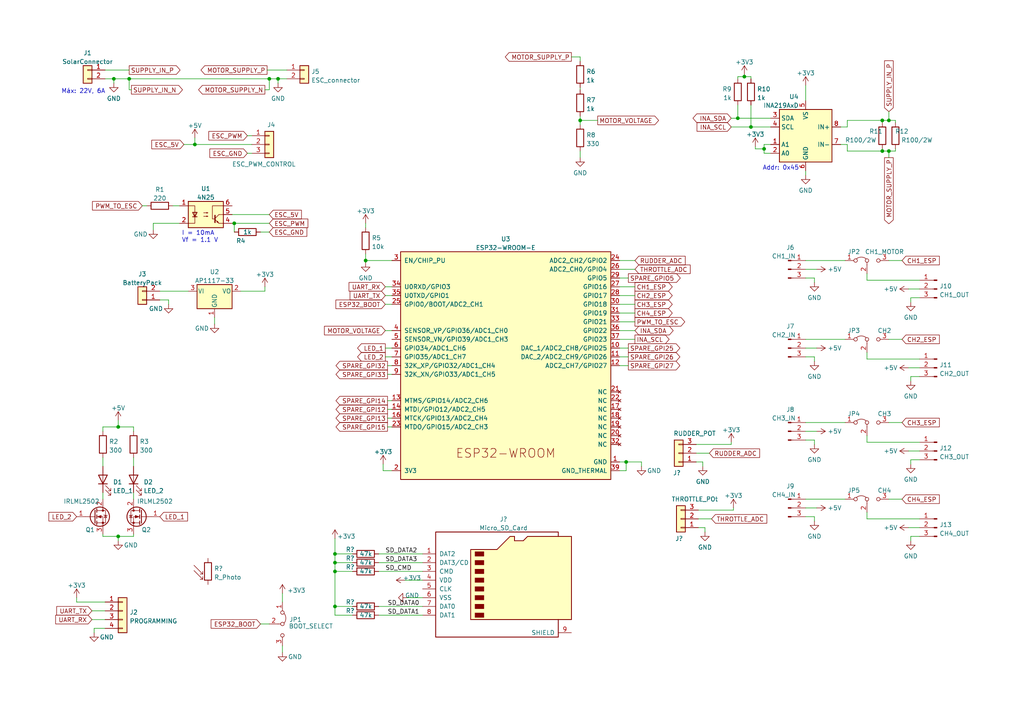
<source format=kicad_sch>
(kicad_sch (version 20211123) (generator eeschema)
  (paper "A4")
  (lib_symbols
    (symbol "Analog_ADC:INA219AxD"
      (property "Reference" "U" (at -6.35 8.89 0))
      (property "Value" "INA219AxD" (at 5.08 8.89 0))
      (symbol "INA219AxD_1_1"
        (pin input line (at 10.16 -2.54 180) (length 2.54) (name "A1") (number "1"))
        (pin input line (at 10.16 -5.08 180) (length 2.54) (name "A0") (number "2"))
        (pin bidirectional line (at 10.16 5.08 180) (length 2.54) (name "SDA") (number "3"))
        (pin input line (at 10.16 2.54 180) (length 2.54) (name "SCL") (number "4"))
        (pin power_in line (at 0 10.16 270) (length 2.54) (name "VS") (number "5"))
        (pin power_in line (at 0 -10.16 90) (length 2.54) (name "GND") (number "6"))
        (pin input line (at -10.16 -2.54 0) (length 2.54) (name "IN-") (number "7"))
        (pin input line (at -10.16 2.54 0) (length 2.54) (name "IN+") (number "8"))
      )
    )
    (symbol "Connector:Conn_01x03_Male" (pin_names (offset 1.016) hide)
      (property "Reference" "J" (at 0 5.08 0))
      (property "Value" "Conn_01x03_Male" (at 0 -5.08 0))
      (symbol "Conn_01x03_Male_1_1"
        (pin passive line (at 5.08 2.54 180) (length 3.81) (name "Pin_1") (number "1"))
        (pin passive line (at 5.08 0 180) (length 3.81) (name "Pin_2") (number "2"))
        (pin passive line (at 5.08 -2.54 180) (length 3.81) (name "Pin_3") (number "3"))
      )
    )
    (symbol "Connector:Micro_SD_Card" (pin_names (offset 1.016))
      (property "Reference" "J" (at -16.51 15.24 0))
      (property "Value" "Micro_SD_Card" (at 16.51 15.24 0))
      (symbol "Micro_SD_Card_1_1"
        (pin bidirectional line (at -22.86 7.62 0) (length 3.81) (name "DAT2") (number "1"))
        (pin bidirectional line (at -22.86 5.08 0) (length 3.81) (name "DAT3/CD") (number "2"))
        (pin input line (at -22.86 2.54 0) (length 3.81) (name "CMD") (number "3"))
        (pin power_in line (at -22.86 0 0) (length 3.81) (name "VDD") (number "4"))
        (pin input line (at -22.86 -2.54 0) (length 3.81) (name "CLK") (number "5"))
        (pin power_in line (at -22.86 -5.08 0) (length 3.81) (name "VSS") (number "6"))
        (pin bidirectional line (at -22.86 -7.62 0) (length 3.81) (name "DAT0") (number "7"))
        (pin bidirectional line (at -22.86 -10.16 0) (length 3.81) (name "DAT1") (number "8"))
        (pin passive line (at 20.32 -15.24 180) (length 3.81) (name "SHIELD") (number "9"))
      )
    )
    (symbol "Connector_Generic:Conn_01x02" (pin_names (offset 1.016) hide)
      (property "Reference" "J" (at 0 2.54 0))
      (property "Value" "Conn_01x02" (at 0 -5.08 0))
      (symbol "Conn_01x02_1_1"
        (pin passive line (at -5.08 0 0) (length 3.81) (name "Pin_1") (number "1"))
        (pin passive line (at -5.08 -2.54 0) (length 3.81) (name "Pin_2") (number "2"))
      )
    )
    (symbol "Connector_Generic:Conn_01x03" (pin_names (offset 1.016) hide)
      (property "Reference" "J" (at 0 5.08 0))
      (property "Value" "Conn_01x03" (at 0 -5.08 0))
      (symbol "Conn_01x03_1_1"
        (pin passive line (at -5.08 2.54 0) (length 3.81) (name "Pin_1") (number "1"))
        (pin passive line (at -5.08 0 0) (length 3.81) (name "Pin_2") (number "2"))
        (pin passive line (at -5.08 -2.54 0) (length 3.81) (name "Pin_3") (number "3"))
      )
    )
    (symbol "Connector_Generic:Conn_01x04" (pin_names (offset 1.016) hide)
      (property "Reference" "J" (at 0 5.08 0))
      (property "Value" "Conn_01x04" (at 0 -7.62 0))
      (symbol "Conn_01x04_1_1"
        (pin passive line (at -5.08 2.54 0) (length 3.81) (name "Pin_1") (number "1"))
        (pin passive line (at -5.08 0 0) (length 3.81) (name "Pin_2") (number "2"))
        (pin passive line (at -5.08 -2.54 0) (length 3.81) (name "Pin_3") (number "3"))
        (pin passive line (at -5.08 -5.08 0) (length 3.81) (name "Pin_4") (number "4"))
      )
    )
    (symbol "Device:LED" (pin_numbers hide) (pin_names (offset 1.016) hide)
      (property "Reference" "D" (at 0 2.54 0))
      (property "Value" "LED" (at 0 -2.54 0))
      (symbol "LED_1_1"
        (pin passive line (at -3.81 0 0) (length 2.54) (name "K") (number "1"))
        (pin passive line (at 3.81 0 180) (length 2.54) (name "A") (number "2"))
      )
    )
    (symbol "Device:R" (pin_numbers hide) (pin_names (offset 0))
      (property "Reference" "R" (at 2.032 0 90))
      (property "Value" "R" (at 0 0 90))
      (symbol "R_1_1"
        (pin passive line (at 0 3.81 270) (length 1.27) (name "~") (number "1"))
        (pin passive line (at 0 -3.81 90) (length 1.27) (name "~") (number "2"))
      )
    )
    (symbol "Device:R_Photo" (pin_numbers hide) (pin_names (offset 0))
      (property "Reference" "R" (at 1.27 1.27 0))
      (property "Value" "R_Photo" (at 1.27 0 0))
      (symbol "R_Photo_1_1"
        (pin passive line (at 0 3.81 270) (length 1.27) (name "~") (number "1"))
        (pin passive line (at 0 -3.81 90) (length 1.27) (name "~") (number "2"))
      )
    )
    (symbol "Espressif:ESP32-WROOM-E" (pin_names (offset 1.016))
      (property "Reference" "U" (at -30.48 38.1 0))
      (property "Value" "ESP32-WROOM-E" (at -30.48 35.56 0))
      (symbol "ESP32-WROOM-E_1_1"
        (text "ESP32-­WROOM­" (at 0 -25.4 0) (effects (font (size 2.54 2.54))))
        (pin power_in line (at 33.02 -27.94 180) (length 2.54) (name "GND") (number "1"))
        (pin bidirectional line (at 33.02 5.08 180) (length 2.54) (name "DAC_1/ADC2_CH8/GPIO25") (number "10"))
        (pin bidirectional line (at 33.02 2.54 180) (length 2.54) (name "DAC_2/ADC2_CH9/GPIO26") (number "11"))
        (pin bidirectional line (at 33.02 0 180) (length 2.54) (name "ADC2_CH7/GPIO27") (number "12"))
        (pin bidirectional line (at -33.02 -10.16 0) (length 2.54) (name "MTMS/GPIO14/ADC2_CH6") (number "13"))
        (pin bidirectional line (at -33.02 -12.7 0) (length 2.54) (name "MTDI/GPIO12/ADC2_CH5") (number "14"))
        (pin passive line (at 33.02 -27.94 180) (length 2.54) hide (name "GND") (number "15"))
        (pin bidirectional line (at -33.02 -15.24 0) (length 2.54) (name "MTCK/GPIO13/ADC2_CH4") (number "16"))
        (pin no_connect line (at 33.02 -12.7 180) (length 2.54) (name "NC") (number "17"))
        (pin no_connect line (at 33.02 -15.24 180) (length 2.54) (name "NC") (number "18"))
        (pin no_connect line (at 33.02 -17.78 180) (length 2.54) (name "NC") (number "19"))
        (pin power_in line (at -33.02 -30.48 0) (length 2.54) (name "3V3") (number "2"))
        (pin no_connect line (at 33.02 -20.32 180) (length 2.54) (name "NC") (number "20"))
        (pin no_connect line (at 33.02 -7.62 180) (length 2.54) (name "NC") (number "21"))
        (pin no_connect line (at 33.02 -10.16 180) (length 2.54) (name "NC") (number "22"))
        (pin bidirectional line (at -33.02 -17.78 0) (length 2.54) (name "MTDO/GPIO15/ADC2_CH3") (number "23"))
        (pin bidirectional line (at 33.02 30.48 180) (length 2.54) (name "ADC2_CH2/GPIO2") (number "24"))
        (pin bidirectional line (at -33.02 17.78 0) (length 2.54) (name "GPIO0/BOOT/ADC2_CH1") (number "25"))
        (pin bidirectional line (at 33.02 27.94 180) (length 2.54) (name "ADC2_CH0/GPIO4") (number "26"))
        (pin bidirectional line (at 33.02 22.86 180) (length 2.54) (name "GPIO16") (number "27"))
        (pin bidirectional line (at 33.02 20.32 180) (length 2.54) (name "GPIO17") (number "28"))
        (pin bidirectional line (at 33.02 25.4 180) (length 2.54) (name "GPIO5") (number "29"))
        (pin input line (at -33.02 30.48 0) (length 2.54) (name "EN/CHIP_PU") (number "3"))
        (pin bidirectional line (at 33.02 17.78 180) (length 2.54) (name "GPIO18") (number "30"))
        (pin bidirectional line (at 33.02 15.24 180) (length 2.54) (name "GPIO19") (number "31"))
        (pin no_connect line (at 33.02 -22.86 180) (length 2.54) (name "NC") (number "32"))
        (pin bidirectional line (at 33.02 12.7 180) (length 2.54) (name "GPIO21") (number "33"))
        (pin bidirectional line (at -33.02 22.86 0) (length 2.54) (name "U0RXD/GPIO3") (number "34"))
        (pin bidirectional line (at -33.02 20.32 0) (length 2.54) (name "U0TXD/GPIO1") (number "35"))
        (pin bidirectional line (at 33.02 10.16 180) (length 2.54) (name "GPIO22") (number "36"))
        (pin bidirectional line (at 33.02 7.62 180) (length 2.54) (name "GPIO23") (number "37"))
        (pin passive line (at 33.02 -27.94 180) (length 2.54) hide (name "GND") (number "38"))
        (pin power_in line (at 33.02 -30.48 180) (length 2.54) (name "GND_THERMAL") (number "39"))
        (pin input line (at -33.02 10.16 0) (length 2.54) (name "SENSOR_VP/GPIO36/ADC1_CH0") (number "4"))
        (pin input line (at -33.02 7.62 0) (length 2.54) (name "SENSOR_VN/GPIO39/ADC1_CH3") (number "5"))
        (pin input line (at -33.02 5.08 0) (length 2.54) (name "GPIO34/ADC1_CH6") (number "6"))
        (pin input line (at -33.02 2.54 0) (length 2.54) (name "GPIO35/ADC1_CH7") (number "7"))
        (pin bidirectional line (at -33.02 0 0) (length 2.54) (name "32K_XP/GPIO32/ADC1_CH4") (number "8"))
        (pin bidirectional line (at -33.02 -2.54 0) (length 2.54) (name "32K_XN/GPIO33/ADC1_CH5") (number "9"))
      )
    )
    (symbol "Isolator:4N25" (pin_names (offset 1.016))
      (property "Reference" "U" (at -5.08 5.08 0))
      (property "Value" "4N25" (at 0 5.08 0))
      (symbol "4N25_1_1"
        (pin passive line (at -7.62 2.54 0) (length 2.54) (name "~") (number "1"))
        (pin passive line (at -7.62 -2.54 0) (length 2.54) (name "~") (number "2"))
        (pin no_connect line (at -5.08 0 0) (length 2.54) hide (name "NC") (number "3"))
        (pin passive line (at 7.62 -2.54 180) (length 2.54) (name "~") (number "4"))
        (pin passive line (at 7.62 0 180) (length 2.54) (name "~") (number "5"))
        (pin passive line (at 7.62 2.54 180) (length 2.54) (name "~") (number "6"))
      )
    )
    (symbol "Jumper:Jumper_3_Bridged12" (pin_names (offset 0) hide)
      (property "Reference" "JP" (at -2.54 -2.54 0))
      (property "Value" "Jumper_3_Bridged12" (at 0 2.794 0))
      (symbol "Jumper_3_Bridged12_1_1"
        (pin passive line (at -6.35 0 0) (length 2.54) (name "A") (number "1"))
        (pin passive line (at 0 -3.81 90) (length 2.54) (name "C") (number "2"))
        (pin passive line (at 6.35 0 180) (length 2.54) (name "B") (number "3"))
      )
    )
    (symbol "Regulator_Linear:AP1117-33" (pin_names (offset 0.254))
      (property "Reference" "U" (at -3.81 3.175 0))
      (property "Value" "AP1117-33" (at 0 3.175 0))
      (symbol "AP1117-33_1_1"
        (pin power_in line (at 0 -7.62 90) (length 2.54) (name "GND") (number "1"))
        (pin power_out line (at 7.62 0 180) (length 2.54) (name "VO") (number "2"))
        (pin power_in line (at -7.62 0 0) (length 2.54) (name "VI") (number "3"))
      )
    )
    (symbol "Transistor_FET:IRLZ44N" (pin_names hide)
      (property "Reference" "Q" (at 6.35 1.905 0))
      (property "Value" "IRLZ44N" (at 6.35 0 0))
      (symbol "IRLZ44N_1_1"
        (pin input line (at -5.08 0 0) (length 2.54) (name "G") (number "1"))
        (pin passive line (at 2.54 5.08 270) (length 2.54) (name "D") (number "2"))
        (pin passive line (at 2.54 -5.08 90) (length 2.54) (name "S") (number "3"))
      )
    )
    (symbol "power:+3V3" (power) (pin_names (offset 0))
      (property "Value" "+3V3" (at 0 3.556 0))
      (symbol "+3V3_1_1"
        (pin power_in line (at 0 0 90) (length 0) hide (name "+3V3") (number "1"))
      )
    )
    (symbol "power:+5V" (power) (pin_names (offset 0))
      (property "Value" "+5V" (at 0 3.556 0))
      (symbol "+5V_1_1"
        (pin power_in line (at 0 0 90) (length 0) hide (name "+5V") (number "1"))
      )
    )
    (symbol "power:GND" (power) (pin_names (offset 0))
      (property "Value" "GND" (at 0 -3.81 0))
      (symbol "GND_1_1"
        (pin power_in line (at 0 0 270) (length 0) hide (name "GND") (number "1"))
      )
    )
  )
  (junction (at 181.61 133.985))
  (junction (at 34.29 123.825))
  (junction (at 97.155 163.195))
  (junction (at 106.045 75.565))
  (junction (at 97.155 175.895))
  (junction (at 255.905 34.925))
  (junction (at 168.275 34.925))
  (junction (at 213.995 34.29))
  (junction (at 257.81 34.925))
  (junction (at 97.155 160.655))
  (junction (at 255.905 43.815))
  (junction (at 97.155 165.735))
  (junction (at 56.515 41.91))
  (junction (at 33.02 22.86))
  (junction (at 67.945 64.77))
  (junction (at 34.29 155.575))
  (junction (at 217.805 36.83))
  (junction (at 80.645 22.86))
  (junction (at 221.615 43.18))
  (junction (at 78.105 22.86))
  (junction (at 37.465 22.86))
  (junction (at 215.9 22.225))
  (junction (at 257.81 43.815))
  (wire (pts (xy 251.46 126.365) (xy 251.46 128.27)))
  (wire (pts (xy 97.155 163.195) (xy 102.235 163.195)))
  (wire (pts (xy 69.85 84.455) (xy 76.835 84.455)))
  (wire (pts (xy 112.395 118.745) (xy 113.665 118.745)))
  (wire (pts (xy 217.805 36.83) (xy 212.09 36.83)))
  (wire (pts (xy 109.855 178.435) (xy 122.555 178.435)))
  (wire (pts (xy 80.645 22.86) (xy 83.185 22.86)))
  (wire (pts (xy 266.7 153.035) (xy 263.525 153.035)))
  (wire (pts (xy 264.16 155.575) (xy 264.16 156.845)))
  (wire (pts (xy 251.46 81.28) (xy 266.7 81.28)))
  (wire (pts (xy 97.155 160.655) (xy 102.235 160.655)))
  (wire (pts (xy 233.68 24.765) (xy 233.68 29.21)))
  (wire (pts (xy 233.68 80.645) (xy 236.22 80.645)))
  (wire (pts (xy 179.705 95.885) (xy 184.15 95.885)))
  (wire (pts (xy 29.845 125.095) (xy 29.845 123.825)))
  (wire (pts (xy 179.705 98.425) (xy 184.15 98.425)))
  (wire (pts (xy 201.93 133.985) (xy 203.835 133.985)))
  (wire (pts (xy 179.705 100.965) (xy 182.245 100.965)))
  (wire (pts (xy 97.155 165.735) (xy 97.155 175.895)))
  (wire (pts (xy 204.47 153.035) (xy 204.47 154.305)))
  (wire (pts (xy 264.16 86.36) (xy 264.16 87.63)))
  (wire (pts (xy 81.915 187.325) (xy 81.915 189.23)))
  (wire (pts (xy 97.155 178.435) (xy 102.235 178.435)))
  (wire (pts (xy 215.9 22.225) (xy 217.805 22.225)))
  (wire (pts (xy 257.81 98.425) (xy 261.62 98.425)))
  (wire (pts (xy 221.615 43.18) (xy 221.615 44.45)))
  (wire (pts (xy 233.68 78.105) (xy 236.855 78.105)))
  (wire (pts (xy 67.31 62.23) (xy 78.105 62.23)))
  (wire (pts (xy 109.855 175.895) (xy 122.555 175.895)))
  (wire (pts (xy 37.465 20.32) (xy 30.48 20.32)))
  (wire (pts (xy 223.52 44.45) (xy 221.615 44.45)))
  (wire (pts (xy 81.915 172.085) (xy 81.915 174.625)))
  (wire (pts (xy 233.68 144.78) (xy 245.11 144.78)))
  (wire (pts (xy 76.835 83.185) (xy 76.835 84.455)))
  (wire (pts (xy 266.7 130.81) (xy 263.525 130.81)))
  (wire (pts (xy 38.1 26.035) (xy 37.465 26.035)))
  (wire (pts (xy 179.705 103.505) (xy 182.245 103.505)))
  (wire (pts (xy 38.735 155.575) (xy 34.29 155.575)))
  (wire (pts (xy 223.52 34.29) (xy 213.995 34.29)))
  (wire (pts (xy 266.7 106.68) (xy 263.525 106.68)))
  (wire (pts (xy 179.705 83.185) (xy 184.15 83.185)))
  (wire (pts (xy 97.155 160.655) (xy 97.155 163.195)))
  (wire (pts (xy 245.745 41.91) (xy 243.84 41.91)))
  (wire (pts (xy 34.29 121.92) (xy 34.29 123.825)))
  (wire (pts (xy 97.155 175.895) (xy 97.155 178.435)))
  (wire (pts (xy 27.305 182.245) (xy 27.305 183.515)))
  (wire (pts (xy 38.735 142.875) (xy 38.735 144.78)))
  (wire (pts (xy 29.845 123.825) (xy 34.29 123.825)))
  (wire (pts (xy 111.76 103.505) (xy 113.665 103.505)))
  (wire (pts (xy 233.68 49.53) (xy 233.68 50.8)))
  (wire (pts (xy 46.355 84.455) (xy 54.61 84.455)))
  (wire (pts (xy 37.465 22.86) (xy 78.105 22.86)))
  (wire (pts (xy 257.81 43.815) (xy 255.905 43.815)))
  (wire (pts (xy 202.565 150.495) (xy 206.375 150.495)))
  (wire (pts (xy 44.45 64.77) (xy 44.45 66.675)))
  (wire (pts (xy 179.705 88.265) (xy 184.15 88.265)))
  (wire (pts (xy 257.81 122.555) (xy 261.62 122.555)))
  (wire (pts (xy 233.68 149.86) (xy 236.22 149.86)))
  (wire (pts (xy 264.16 109.22) (xy 264.16 110.49)))
  (wire (pts (xy 201.93 128.905) (xy 212.09 128.905)))
  (wire (pts (xy 78.105 22.86) (xy 80.645 22.86)))
  (wire (pts (xy 212.09 128.905) (xy 212.09 128.27)))
  (wire (pts (xy 219.075 42.545) (xy 219.075 43.18)))
  (wire (pts (xy 217.805 22.225) (xy 217.805 22.86)))
  (wire (pts (xy 221.615 41.91) (xy 221.615 43.18)))
  (wire (pts (xy 255.905 34.925) (xy 245.745 34.925)))
  (wire (pts (xy 97.155 156.21) (xy 97.155 160.655)))
  (wire (pts (xy 236.22 103.505) (xy 236.22 104.775)))
  (wire (pts (xy 266.7 109.22) (xy 264.16 109.22)))
  (wire (pts (xy 236.22 80.645) (xy 236.22 81.915)))
  (wire (pts (xy 179.705 136.525) (xy 181.61 136.525)))
  (wire (pts (xy 109.855 160.655) (xy 122.555 160.655)))
  (wire (pts (xy 251.46 104.14) (xy 266.7 104.14)))
  (wire (pts (xy 48.895 86.995) (xy 46.355 86.995)))
  (wire (pts (xy 48.895 88.265) (xy 48.895 86.995)))
  (wire (pts (xy 56.515 41.91) (xy 73.025 41.91)))
  (wire (pts (xy 179.705 93.345) (xy 184.15 93.345)))
  (wire (pts (xy 251.46 79.375) (xy 251.46 81.28)))
  (wire (pts (xy 71.755 44.45) (xy 73.025 44.45)))
  (wire (pts (xy 179.705 133.985) (xy 181.61 133.985)))
  (wire (pts (xy 33.02 22.86) (xy 33.02 24.13)))
  (wire (pts (xy 251.46 148.59) (xy 251.46 150.495)))
  (wire (pts (xy 181.61 136.525) (xy 181.61 133.985)))
  (wire (pts (xy 80.645 24.13) (xy 80.645 22.86)))
  (wire (pts (xy 251.46 150.495) (xy 266.7 150.495)))
  (wire (pts (xy 179.705 78.105) (xy 184.15 78.105)))
  (wire (pts (xy 78.105 180.975) (xy 75.565 180.975)))
  (wire (pts (xy 62.23 92.075) (xy 62.23 93.98)))
  (wire (pts (xy 33.02 22.86) (xy 30.48 22.86)))
  (wire (pts (xy 233.68 127.635) (xy 236.22 127.635)))
  (wire (pts (xy 168.275 34.925) (xy 173.355 34.925)))
  (wire (pts (xy 41.275 59.69) (xy 42.545 59.69)))
  (wire (pts (xy 168.275 43.815) (xy 168.275 45.72)))
  (wire (pts (xy 179.705 90.805) (xy 184.15 90.805)))
  (wire (pts (xy 71.755 39.37) (xy 73.025 39.37)))
  (wire (pts (xy 33.02 22.86) (xy 37.465 22.86)))
  (wire (pts (xy 67.945 64.77) (xy 78.105 64.77)))
  (wire (pts (xy 112.395 108.585) (xy 113.665 108.585)))
  (wire (pts (xy 251.46 128.27) (xy 266.7 128.27)))
  (wire (pts (xy 245.745 36.83) (xy 243.84 36.83)))
  (wire (pts (xy 179.705 80.645) (xy 182.245 80.645)))
  (wire (pts (xy 97.155 165.735) (xy 102.235 165.735)))
  (wire (pts (xy 168.275 25.4) (xy 168.275 26.035)))
  (wire (pts (xy 38.735 123.825) (xy 38.735 125.095)))
  (wire (pts (xy 255.905 43.815) (xy 255.905 43.18)))
  (wire (pts (xy 26.67 179.705) (xy 30.48 179.705)))
  (wire (pts (xy 259.715 34.925) (xy 257.81 34.925)))
  (wire (pts (xy 236.22 149.86) (xy 236.22 151.13)))
  (wire (pts (xy 233.68 100.965) (xy 236.855 100.965)))
  (wire (pts (xy 113.665 75.565) (xy 106.045 75.565)))
  (wire (pts (xy 257.81 75.565) (xy 261.62 75.565)))
  (wire (pts (xy 111.76 85.725) (xy 113.665 85.725)))
  (wire (pts (xy 38.735 154.94) (xy 38.735 155.575)))
  (wire (pts (xy 106.045 64.77) (xy 106.045 66.04)))
  (wire (pts (xy 259.715 43.815) (xy 259.715 43.18)))
  (wire (pts (xy 37.465 26.035) (xy 37.465 22.86)))
  (wire (pts (xy 179.705 85.725) (xy 184.15 85.725)))
  (wire (pts (xy 117.475 168.275) (xy 122.555 168.275)))
  (wire (pts (xy 76.835 26.035) (xy 78.105 26.035)))
  (wire (pts (xy 111.76 83.185) (xy 113.665 83.185)))
  (wire (pts (xy 212.725 147.955) (xy 212.725 147.32)))
  (wire (pts (xy 202.565 147.955) (xy 212.725 147.955)))
  (wire (pts (xy 202.565 153.035) (xy 204.47 153.035)))
  (wire (pts (xy 78.105 26.035) (xy 78.105 22.86)))
  (wire (pts (xy 264.16 133.35) (xy 264.16 134.62)))
  (wire (pts (xy 29.845 132.715) (xy 29.845 135.255)))
  (wire (pts (xy 223.52 41.91) (xy 221.615 41.91)))
  (wire (pts (xy 30.48 174.625) (xy 22.225 174.625)))
  (wire (pts (xy 215.9 21.59) (xy 215.9 22.225)))
  (wire (pts (xy 111.76 100.965) (xy 113.665 100.965)))
  (wire (pts (xy 67.31 64.77) (xy 67.945 64.77)))
  (wire (pts (xy 112.395 123.825) (xy 113.665 123.825)))
  (wire (pts (xy 50.165 59.69) (xy 52.07 59.69)))
  (wire (pts (xy 233.68 147.32) (xy 236.855 147.32)))
  (wire (pts (xy 106.045 75.565) (xy 106.045 76.2)))
  (wire (pts (xy 257.81 32.385) (xy 257.81 34.925)))
  (wire (pts (xy 233.68 98.425) (xy 245.11 98.425)))
  (wire (pts (xy 266.7 83.82) (xy 263.525 83.82)))
  (wire (pts (xy 181.61 133.985) (xy 186.055 133.985)))
  (wire (pts (xy 97.155 175.895) (xy 102.235 175.895)))
  (wire (pts (xy 97.155 163.195) (xy 97.155 165.735)))
  (wire (pts (xy 203.835 133.985) (xy 203.835 135.255)))
  (wire (pts (xy 233.68 122.555) (xy 245.11 122.555)))
  (wire (pts (xy 111.125 136.525) (xy 111.125 134.62)))
  (wire (pts (xy 213.995 30.48) (xy 213.995 34.29)))
  (wire (pts (xy 34.29 155.575) (xy 29.845 155.575)))
  (wire (pts (xy 221.615 43.18) (xy 219.075 43.18)))
  (wire (pts (xy 29.845 155.575) (xy 29.845 154.94)))
  (wire (pts (xy 233.68 103.505) (xy 236.22 103.505)))
  (wire (pts (xy 168.275 16.51) (xy 168.275 17.78)))
  (wire (pts (xy 213.995 22.225) (xy 215.9 22.225)))
  (wire (pts (xy 52.07 64.77) (xy 44.45 64.77)))
  (wire (pts (xy 257.81 43.815) (xy 257.81 45.72)))
  (wire (pts (xy 251.46 102.235) (xy 251.46 104.14)))
  (wire (pts (xy 109.855 165.735) (xy 122.555 165.735)))
  (wire (pts (xy 217.805 30.48) (xy 217.805 36.83)))
  (wire (pts (xy 30.48 182.245) (xy 27.305 182.245)))
  (wire (pts (xy 233.68 75.565) (xy 245.11 75.565)))
  (wire (pts (xy 233.68 125.095) (xy 236.855 125.095)))
  (wire (pts (xy 182.245 106.045) (xy 179.705 106.045)))
  (wire (pts (xy 112.395 106.045) (xy 113.665 106.045)))
  (wire (pts (xy 112.395 116.205) (xy 113.665 116.205)))
  (wire (pts (xy 113.665 136.525) (xy 111.125 136.525)))
  (wire (pts (xy 109.855 163.195) (xy 122.555 163.195)))
  (wire (pts (xy 112.395 121.285) (xy 113.665 121.285)))
  (wire (pts (xy 213.995 22.86) (xy 213.995 22.225)))
  (wire (pts (xy 266.7 86.36) (xy 264.16 86.36)))
  (wire (pts (xy 165.735 16.51) (xy 168.275 16.51)))
  (wire (pts (xy 179.705 75.565) (xy 184.15 75.565)))
  (wire (pts (xy 245.745 36.83) (xy 245.745 34.925)))
  (wire (pts (xy 53.34 41.91) (xy 56.515 41.91)))
  (wire (pts (xy 38.735 132.715) (xy 38.735 135.255)))
  (wire (pts (xy 236.22 127.635) (xy 236.22 128.905)))
  (wire (pts (xy 67.945 64.77) (xy 67.945 67.31)))
  (wire (pts (xy 34.29 123.825) (xy 38.735 123.825)))
  (wire (pts (xy 266.7 155.575) (xy 264.16 155.575)))
  (wire (pts (xy 111.76 95.885) (xy 113.665 95.885)))
  (wire (pts (xy 255.905 34.925) (xy 255.905 35.56)))
  (wire (pts (xy 34.29 155.575) (xy 34.29 156.845)))
  (wire (pts (xy 56.515 40.005) (xy 56.515 41.91)))
  (wire (pts (xy 266.7 133.35) (xy 264.16 133.35)))
  (wire (pts (xy 186.055 133.985) (xy 186.055 135.255)))
  (wire (pts (xy 257.81 34.925) (xy 255.905 34.925)))
  (wire (pts (xy 168.275 33.655) (xy 168.275 34.925)))
  (wire (pts (xy 257.81 144.78) (xy 261.62 144.78)))
  (wire (pts (xy 213.995 34.29) (xy 212.09 34.29)))
  (wire (pts (xy 255.905 43.815) (xy 245.745 43.815)))
  (wire (pts (xy 75.565 67.31) (xy 78.105 67.31)))
  (wire (pts (xy 22.225 174.625) (xy 22.225 173.355)))
  (wire (pts (xy 259.715 34.925) (xy 259.715 35.56)))
  (wire (pts (xy 223.52 36.83) (xy 217.805 36.83)))
  (wire (pts (xy 77.47 20.32) (xy 83.185 20.32)))
  (wire (pts (xy 111.76 88.265) (xy 113.665 88.265)))
  (wire (pts (xy 168.275 34.925) (xy 168.275 36.195)))
  (wire (pts (xy 245.745 41.91) (xy 245.745 43.815)))
  (wire (pts (xy 201.93 131.445) (xy 205.74 131.445)))
  (wire (pts (xy 122.555 173.355) (xy 118.11 173.355)))
  (wire (pts (xy 106.045 73.66) (xy 106.045 75.565)))
  (wire (pts (xy 26.67 177.165) (xy 30.48 177.165)))
  (wire (pts (xy 259.715 43.815) (xy 257.81 43.815)))
  (wire (pts (xy 29.845 142.875) (xy 29.845 144.78)))
  (text "Máx: 22V, 6A" (at 17.78 27.305 0) (effects (font (size 1.27 1.27)) (justify left bottom)))
  (text "Addr: 0x45" (at 231.775 49.53 180) (effects (font (size 1.27 1.27)) (justify right bottom)))
  (text "I = 10mA\nVf = 1.1 V\n" (at 52.705 70.485 0) (effects (font (size 1.27 1.27)) (justify left bottom)))
  (label "SD_CMD" (at 111.76 165.735 0))
  (label "SD_DATA0" (at 112.395 175.895 0))
  (label "SD_DATA2" (at 111.76 160.655 0))
  (label "SD_DATA3" (at 111.76 163.195 0))
  (label "SD_DATA1" (at 112.395 178.435 0))
  (global_label "MOTOR_SUPPLY_P" (shape output) (at 257.81 45.72 270) (property "Intersheet References" "${INTERSHEET_REFS}" (effects hide)))
  (global_label "SPARE_GPIO5" (shape output) (at 182.245 80.645 0) (property "Intersheet References" "${INTERSHEET_REFS}" (effects hide)))
  (global_label "SPARE_GPI13" (shape output) (at 112.395 121.285 180) (property "Intersheet References" "${INTERSHEET_REFS}" (effects hide)))
  (global_label "SPARE_GPI26" (shape output) (at 182.245 103.505 0) (property "Intersheet References" "${INTERSHEET_REFS}" (effects hide)))
  (global_label "SUPPLY_IN_P" (shape input) (at 257.81 32.385 90) (property "Intersheet References" "${INTERSHEET_REFS}" (effects hide)))
  (global_label "ESC_GND" (shape input) (at 71.755 44.45 180) (property "Intersheet References" "${INTERSHEET_REFS}" (effects hide)))
  (global_label "INA_SCL" (shape input) (at 212.09 36.83 180) (property "Intersheet References" "${INTERSHEET_REFS}" (effects hide)))
  (global_label "MOTOR_VOLTAGE" (shape output) (at 173.355 34.925 0) (property "Intersheet References" "${INTERSHEET_REFS}" (effects hide)))
  (global_label "UART_RX" (shape input) (at 111.76 83.185 180) (property "Intersheet References" "${INTERSHEET_REFS}" (effects hide)))
  (global_label "CH1_ESP" (shape input) (at 261.62 75.565 0) (property "Intersheet References" "${INTERSHEET_REFS}" (effects hide)))
  (global_label "MOTOR_SUPPLY_P" (shape output) (at 77.47 20.32 180) (property "Intersheet References" "${INTERSHEET_REFS}" (effects hide)))
  (global_label "PWM_TO_ESC" (shape input) (at 41.275 59.69 180) (property "Intersheet References" "${INTERSHEET_REFS}" (effects hide)))
  (global_label "LED_1" (shape output) (at 111.76 100.965 180) (property "Intersheet References" "${INTERSHEET_REFS}" (effects hide)))
  (global_label "INA_SCL" (shape output) (at 184.15 98.425 0) (property "Intersheet References" "${INTERSHEET_REFS}" (effects hide)))
  (global_label "RUDDER_ADC" (shape input) (at 205.74 131.445 0) (property "Intersheet References" "${INTERSHEET_REFS}" (effects hide)))
  (global_label "MOTOR_SUPPLY_P" (shape output) (at 165.735 16.51 180) (property "Intersheet References" "${INTERSHEET_REFS}" (effects hide)))
  (global_label "LED_2" (shape input) (at 22.225 149.86 180) (property "Intersheet References" "${INTERSHEET_REFS}" (effects hide)))
  (global_label "MOTOR_SUPPLY_N" (shape output) (at 76.835 26.035 180) (property "Intersheet References" "${INTERSHEET_REFS}" (effects hide)))
  (global_label "ESC_GND" (shape input) (at 78.105 67.31 0) (property "Intersheet References" "${INTERSHEET_REFS}" (effects hide)))
  (global_label "ESC_PWM" (shape input) (at 71.755 39.37 180) (property "Intersheet References" "${INTERSHEET_REFS}" (effects hide)))
  (global_label "UART_TX" (shape input) (at 26.67 177.165 180) (property "Intersheet References" "${INTERSHEET_REFS}" (effects hide)))
  (global_label "SPARE_GPI33" (shape output) (at 112.395 108.585 180) (property "Intersheet References" "${INTERSHEET_REFS}" (effects hide)))
  (global_label "THROTTLE_ADC" (shape input) (at 206.375 150.495 0) (property "Intersheet References" "${INTERSHEET_REFS}" (effects hide)))
  (global_label "UART_TX" (shape input) (at 111.76 85.725 180) (property "Intersheet References" "${INTERSHEET_REFS}" (effects hide)))
  (global_label "SUPPLY_IN_P" (shape output) (at 37.465 20.32 0) (property "Intersheet References" "${INTERSHEET_REFS}" (effects hide)))
  (global_label "RUDDER_ADC" (shape input) (at 184.15 75.565 0) (property "Intersheet References" "${INTERSHEET_REFS}" (effects hide)))
  (global_label "ESP32_BOOT" (shape input) (at 111.76 88.265 180) (property "Intersheet References" "${INTERSHEET_REFS}" (effects hide)))
  (global_label "CH1_ESP" (shape output) (at 184.15 83.185 0) (property "Intersheet References" "${INTERSHEET_REFS}" (effects hide)))
  (global_label "INA_SDA" (shape bidirectional) (at 184.15 95.885 0) (property "Intersheet References" "${INTERSHEET_REFS}" (effects hide)))
  (global_label "CH4_ESP" (shape output) (at 184.15 90.805 0) (property "Intersheet References" "${INTERSHEET_REFS}" (effects hide)))
  (global_label "ESC_5V" (shape input) (at 53.34 41.91 180) (property "Intersheet References" "${INTERSHEET_REFS}" (effects hide)))
  (global_label "SPARE_GPI12" (shape output) (at 112.395 118.745 180) (property "Intersheet References" "${INTERSHEET_REFS}" (effects hide)))
  (global_label "UART_RX" (shape input) (at 26.67 179.705 180) (property "Intersheet References" "${INTERSHEET_REFS}" (effects hide)))
  (global_label "CH2_ESP" (shape output) (at 184.15 85.725 0) (property "Intersheet References" "${INTERSHEET_REFS}" (effects hide)))
  (global_label "THROTTLE_ADC" (shape input) (at 184.15 78.105 0) (property "Intersheet References" "${INTERSHEET_REFS}" (effects hide)))
  (global_label "SPARE_GPI15" (shape output) (at 112.395 123.825 180) (property "Intersheet References" "${INTERSHEET_REFS}" (effects hide)))
  (global_label "CH4_ESP" (shape input) (at 261.62 144.78 0) (property "Intersheet References" "${INTERSHEET_REFS}" (effects hide)))
  (global_label "CH3_ESP" (shape output) (at 184.15 88.265 0) (property "Intersheet References" "${INTERSHEET_REFS}" (effects hide)))
  (global_label "SPARE_GPI14" (shape output) (at 112.395 116.205 180) (property "Intersheet References" "${INTERSHEET_REFS}" (effects hide)))
  (global_label "PWM_TO_ESC" (shape output) (at 184.15 93.345 0) (property "Intersheet References" "${INTERSHEET_REFS}" (effects hide)))
  (global_label "SPARE_GPI32" (shape output) (at 112.395 106.045 180) (property "Intersheet References" "${INTERSHEET_REFS}" (effects hide)))
  (global_label "ESP32_BOOT" (shape input) (at 75.565 180.975 180) (property "Intersheet References" "${INTERSHEET_REFS}" (effects hide)))
  (global_label "CH3_ESP" (shape input) (at 261.62 122.555 0) (property "Intersheet References" "${INTERSHEET_REFS}" (effects hide)))
  (global_label "ESC_PWM" (shape input) (at 78.105 64.77 0) (property "Intersheet References" "${INTERSHEET_REFS}" (effects hide)))
  (global_label "SPARE_GPI27" (shape output) (at 182.245 106.045 0) (property "Intersheet References" "${INTERSHEET_REFS}" (effects hide)))
  (global_label "SUPPLY_IN_N" (shape output) (at 38.1 26.035 0) (property "Intersheet References" "${INTERSHEET_REFS}" (effects hide)))
  (global_label "ESC_5V" (shape input) (at 78.105 62.23 0) (property "Intersheet References" "${INTERSHEET_REFS}" (effects hide)))
  (global_label "SPARE_GPI25" (shape output) (at 182.245 100.965 0) (property "Intersheet References" "${INTERSHEET_REFS}" (effects hide)))
  (global_label "LED_2" (shape output) (at 111.76 103.505 180) (property "Intersheet References" "${INTERSHEET_REFS}" (effects hide)))
  (global_label "MOTOR_VOLTAGE" (shape input) (at 111.76 95.885 180) (property "Intersheet References" "${INTERSHEET_REFS}" (effects hide)))
  (global_label "INA_SDA" (shape bidirectional) (at 212.09 34.29 180) (property "Intersheet References" "${INTERSHEET_REFS}" (effects hide)))
  (global_label "CH2_ESP" (shape input) (at 261.62 98.425 0) (property "Intersheet References" "${INTERSHEET_REFS}" (effects hide)))
  (global_label "LED_1" (shape input) (at 46.355 149.86 0) (property "Intersheet References" "${INTERSHEET_REFS}" (effects hide)))
  (symbol (lib_id "Jumper:Jumper_3_Bridged12") (at 251.46 122.555 0) (unit 1)
    (property "Reference" "JP4" (at 247.65 120.015 0))
    (property "Value" "CH3" (at 256.54 120.015 0))
    (property "Footprint" "Connector_PinHeader_2.54mm:PinHeader_1x03_P2.54mm_Vertical" (effects hide))
  )
  (symbol (lib_id "power:+5V") (at 263.525 153.035 90) (unit 1)
    (property "Reference" "#PWR034" (effects hide))
    (property "Value" "+5V" (at 260.35 153.035 90) (effects (justify left)))
  )
  (symbol (lib_id "Connector:Conn_01x03_Male") (at 271.78 130.81 0) (mirror y) (unit 1)
    (property "Reference" "J12" (at 272.4912 129.9753 0) (effects (justify right)))
    (property "Value" "CH3_OUT" (at 272.4912 132.5122 0) (effects (justify right)))
    (property "Footprint" "Connector_PinHeader_2.54mm:PinHeader_1x03_P2.54mm_Vertical" (effects hide))
  )
  (symbol (lib_id "Device:R") (at 71.755 67.31 90) (unit 1)
    (property "Reference" "R4" (at 69.85 69.85 90))
    (property "Value" "1k" (at 71.755 67.31 90))
    (property "Footprint" "Resistor_SMD:R_1206_3216Metric_Pad1.30x1.75mm_HandSolder" (effects hide))
  )
  (symbol (lib_id "power:+5V") (at 56.515 40.005 0) (mirror y) (unit 1)
    (property "Reference" "#PWR08" (effects hide))
    (property "Value" "+5V" (at 56.515 36.4292 0))
  )
  (symbol (lib_id "Connector_Generic:Conn_01x02") (at 88.265 20.32 0) (unit 1)
    (property "Reference" "J5" (at 90.297 20.7553 0) (effects (justify left)))
    (property "Value" "ESC_connector" (at 90.297 23.2922 0) (effects (justify left)))
    (property "Footprint" "Connector_AMASS:AMASS_XT30U-M_1x02_P5.0mm_Vertical" (effects hide))
  )
  (symbol (lib_id "Transistor_FET:IRLZ44N") (at 27.305 149.86 0) (unit 1)
    (property "Reference" "Q1" (at 24.765 153.67 0) (effects (justify left)))
    (property "Value" "IRLML2502" (at 18.415 145.415 0) (effects (justify left)))
    (property "Footprint" "Package_TO_SOT_SMD:SOT-23_Handsoldering" (effects hide))
    (property "Datasheet" "http://www.irf.com/product-info/datasheets/data/irlz44n.pdf" (effects hide))
  )
  (symbol (lib_id "power:+3V3") (at 97.155 156.21 0) (mirror y) (unit 1)
    (property "Reference" "#PWR?" (effects hide))
    (property "Value" "+3V3" (at 97.79 155.575 0) (effects (justify right)))
  )
  (symbol (lib_id "Device:R") (at 106.045 165.735 270) (unit 1)
    (property "Reference" "R?" (at 102.87 164.465 90) (effects (justify right)))
    (property "Value" "47k" (at 107.95 165.735 90) (effects (justify right)))
    (property "Footprint" "Resistor_SMD:R_1020_2550Metric_Pad1.33x5.20mm_HandSolder" (effects hide))
  )
  (symbol (lib_id "Connector:Conn_01x03_Male") (at 228.6 147.32 0) (unit 1)
    (property "Reference" "J9" (at 229.235 141.004 0))
    (property "Value" "CH4_IN" (at 227.33 143.51 0))
    (property "Footprint" "Connector_PinHeader_2.54mm:PinHeader_1x03_P2.54mm_Vertical" (effects hide))
  )
  (symbol (lib_id "Device:R") (at 106.045 69.85 180) (unit 1)
    (property "Reference" "R5" (at 107.823 69.0153 0) (effects (justify right)))
    (property "Value" "10k" (at 107.823 71.5522 0) (effects (justify right)))
    (property "Footprint" "Resistor_SMD:R_1020_2550Metric_Pad1.33x5.20mm_HandSolder" (effects hide))
  )
  (symbol (lib_id "power:+3V3") (at 212.09 128.27 0) (mirror y) (unit 1)
    (property "Reference" "#PWR?" (effects hide))
    (property "Value" "+3V3" (at 212.09 124.6942 0))
  )
  (symbol (lib_id "Device:R") (at 106.045 160.655 270) (unit 1)
    (property "Reference" "R?" (at 102.87 159.385 90) (effects (justify right)))
    (property "Value" "47k" (at 107.95 160.655 90) (effects (justify right)))
    (property "Footprint" "Resistor_SMD:R_1020_2550Metric_Pad1.33x5.20mm_HandSolder" (effects hide))
  )
  (symbol (lib_id "Regulator_Linear:AP1117-33") (at 62.23 84.455 0) (unit 1)
    (property "Reference" "U2" (at 62.23 78.8502 0))
    (property "Value" "AP1117-33" (at 62.23 81.3871 0))
    (property "Footprint" "Package_TO_SOT_SMD:SOT-223-3_TabPin2" (effects hide))
    (property "Datasheet" "http://www.diodes.com/datasheets/AP1117.pdf" (effects hide))
  )
  (symbol (lib_id "power:+5V") (at 34.29 121.92 0) (mirror y) (unit 1)
    (property "Reference" "#PWR06" (effects hide))
    (property "Value" "+5V" (at 34.29 118.3442 0))
  )
  (symbol (lib_id "power:+5V") (at 263.525 106.68 90) (unit 1)
    (property "Reference" "#PWR032" (effects hide))
    (property "Value" "+5V" (at 260.35 106.68 90) (effects (justify left)))
  )
  (symbol (lib_id "power:GND") (at 233.68 50.8 0) (mirror y) (unit 1)
    (property "Reference" "#PWR022" (effects hide))
    (property "Value" "GND" (at 233.68 55.2434 0))
  )
  (symbol (lib_id "Device:R_Photo") (at 60.325 165.735 0) (unit 1)
    (property "Reference" "R?" (at 62.103 164.9003 0) (effects (justify left)))
    (property "Value" "R_Photo" (at 62.103 167.4372 0) (effects (justify left)))
  )
  (symbol (lib_id "Device:R") (at 168.275 40.005 180) (unit 1)
    (property "Reference" "R8" (at 170.053 39.1703 0) (effects (justify right)))
    (property "Value" "330" (at 170.053 41.7072 0) (effects (justify right)))
    (property "Footprint" "Resistor_SMD:R_1020_2550Metric_Pad1.33x5.20mm_HandSolder" (effects hide))
  )
  (symbol (lib_id "Espressif:ESP32-WROOM-E") (at 146.685 106.045 0) (unit 1)
    (property "Reference" "U3" (at 146.685 69.3252 0))
    (property "Value" "ESP32-WROOM-E" (at 146.685 71.8621 0))
    (property "Footprint" "Espressif:ESP32-WROOM-32E" (effects hide))
    (property "Datasheet" "https://www.espressif.com/sites/default/files/documentation/esp32-wroom-32e_esp32-wroom-32ue_datasheet_en.pdf" (effects hide))
  )
  (symbol (lib_id "power:GND") (at 236.22 128.905 0) (mirror y) (unit 1)
    (property "Reference" "#PWR025" (effects hide))
    (property "Value" "GND" (at 236.22 133.3484 0))
  )
  (symbol (lib_id "Device:LED") (at 38.735 139.065 90) (unit 1)
    (property "Reference" "D2" (at 41.656 139.8178 90) (effects (justify right)))
    (property "Value" "LED_2" (at 41.656 142.3547 90) (effects (justify right)))
    (property "Footprint" "LED_THT:LED_D5.0mm" (effects hide))
  )
  (symbol (lib_id "power:GND") (at 264.16 134.62 0) (unit 1)
    (property "Reference" "#PWR037" (effects hide))
    (property "Value" "GND" (at 264.16 139.0634 0))
  )
  (symbol (lib_id "Device:R") (at 168.275 29.845 180) (unit 1)
    (property "Reference" "R7" (at 170.053 29.0103 0) (effects (justify right)))
    (property "Value" "1k" (at 170.053 31.5472 0) (effects (justify right)))
    (property "Footprint" "Resistor_SMD:R_1020_2550Metric_Pad1.33x5.20mm_HandSolder" (effects hide))
  )
  (symbol (lib_id "Connector:Conn_01x03_Male") (at 271.78 153.035 0) (mirror y) (unit 1)
    (property "Reference" "J13" (at 272.4912 152.2003 0) (effects (justify right)))
    (property "Value" "CH4_OUT" (at 272.4912 154.7372 0) (effects (justify right)))
    (property "Footprint" "Connector_PinHeader_2.54mm:PinHeader_1x03_P2.54mm_Vertical" (effects hide))
  )
  (symbol (lib_id "power:GND") (at 81.915 189.23 0) (mirror y) (unit 1)
    (property "Reference" "#PWR013" (effects hide))
    (property "Value" "GND" (at 87.63 190.5 0) (effects (justify left)))
  )
  (symbol (lib_id "power:+3V3") (at 81.915 172.085 0) (mirror y) (unit 1)
    (property "Reference" "#PWR012" (effects hide))
    (property "Value" "+3V3" (at 83.312 171.2488 0) (effects (justify right)))
  )
  (symbol (lib_id "power:GND") (at 80.645 24.13 0) (unit 1)
    (property "Reference" "#PWR011" (effects hide))
    (property "Value" "GND" (at 80.645 28.5734 0))
  )
  (symbol (lib_id "power:GND") (at 236.22 104.775 0) (mirror y) (unit 1)
    (property "Reference" "#PWR024" (effects hide))
    (property "Value" "GND" (at 236.22 109.2184 0))
  )
  (symbol (lib_id "power:+5V") (at 263.525 130.81 90) (unit 1)
    (property "Reference" "#PWR033" (effects hide))
    (property "Value" "+5V" (at 260.35 130.81 90) (effects (justify left)))
  )
  (symbol (lib_id "power:+5V") (at 236.855 125.095 270) (mirror x) (unit 1)
    (property "Reference" "#PWR029" (effects hide))
    (property "Value" "+5V" (at 240.03 125.095 90) (effects (justify left)))
  )
  (symbol (lib_id "power:+3V3") (at 233.68 24.765 0) (mirror y) (unit 1)
    (property "Reference" "#PWR021" (effects hide))
    (property "Value" "+3V3" (at 233.68 21.1892 0))
  )
  (symbol (lib_id "power:+5V") (at 236.855 147.32 270) (mirror x) (unit 1)
    (property "Reference" "#PWR030" (effects hide))
    (property "Value" "+5V" (at 240.03 147.32 90) (effects (justify left)))
  )
  (symbol (lib_id "Connector:Conn_01x03_Male") (at 271.78 83.82 0) (mirror y) (unit 1)
    (property "Reference" "J10" (at 272.4912 82.9853 0) (effects (justify right)))
    (property "Value" "CH1_OUT" (at 272.4912 85.5222 0) (effects (justify right)))
    (property "Footprint" "Connector_PinHeader_2.54mm:PinHeader_1x03_P2.54mm_Vertical" (effects hide))
  )
  (symbol (lib_id "Isolator:4N25") (at 59.69 62.23 0) (unit 1)
    (property "Reference" "U1" (at 59.69 54.7202 0))
    (property "Value" "4N25" (at 59.69 57.2571 0))
    (property "Footprint" "Package_DIP:DIP-6_W7.62mm" (effects hide))
    (property "Datasheet" "https://www.vishay.com/docs/83725/4n25.pdf" (effects hide))
  )
  (symbol (lib_id "Connector_Generic:Conn_01x03") (at 197.485 150.495 180) (unit 1)
    (property "Reference" "J?" (at 198.12 156.21 0) (effects (justify left)))
    (property "Value" "THROTTLE_POt" (at 208.28 144.78 0) (effects (justify left)))
    (property "Footprint" "Connector_PinHeader_2.54mm:PinHeader_1x03_P2.54mm_Vertical" (effects hide))
  )
  (symbol (lib_id "Jumper:Jumper_3_Bridged12") (at 251.46 144.78 0) (unit 1)
    (property "Reference" "JP5" (at 247.65 142.24 0))
    (property "Value" "CH4" (at 256.54 142.24 0))
    (property "Footprint" "Connector_PinHeader_2.54mm:PinHeader_1x03_P2.54mm_Vertical" (effects hide))
  )
  (symbol (lib_id "power:+3V3") (at 106.045 64.77 0) (mirror y) (unit 1)
    (property "Reference" "#PWR014" (effects hide))
    (property "Value" "+3V3" (at 106.045 61.1942 0))
  )
  (symbol (lib_id "power:+5V") (at 263.525 83.82 90) (unit 1)
    (property "Reference" "#PWR031" (effects hide))
    (property "Value" "+5V" (at 260.35 83.82 90) (effects (justify left)))
  )
  (symbol (lib_id "power:GND") (at 264.16 156.845 0) (unit 1)
    (property "Reference" "#PWR038" (effects hide))
    (property "Value" "GND" (at 264.16 161.2884 0))
  )
  (symbol (lib_id "power:+3V3") (at 212.725 147.32 0) (mirror y) (unit 1)
    (property "Reference" "#PWR?" (effects hide))
    (property "Value" "+3V3" (at 212.725 143.7442 0))
  )
  (symbol (lib_id "power:GND") (at 204.47 154.305 0) (unit 1)
    (property "Reference" "#PWR?" (effects hide))
    (property "Value" "GND" (at 204.47 158.7484 0))
  )
  (symbol (lib_id "power:GND") (at 62.23 93.98 0) (unit 1)
    (property "Reference" "#PWR09" (effects hide))
    (property "Value" "GND" (at 56.515 95.25 0) (effects (justify left)))
  )
  (symbol (lib_id "Device:R") (at 217.805 26.67 180) (unit 1)
    (property "Reference" "R10" (at 219.583 25.8353 0) (effects (justify right)))
    (property "Value" "1k" (at 219.583 28.3722 0) (effects (justify right)))
    (property "Footprint" "Resistor_SMD:R_1020_2550Metric_Pad1.33x5.20mm_HandSolder" (effects hide))
  )
  (symbol (lib_id "power:GND") (at 236.22 151.13 0) (mirror y) (unit 1)
    (property "Reference" "#PWR026" (effects hide))
    (property "Value" "GND" (at 236.22 155.5734 0))
  )
  (symbol (lib_id "Device:R") (at 168.275 21.59 180) (unit 1)
    (property "Reference" "R6" (at 170.053 20.7553 0) (effects (justify right)))
    (property "Value" "1k" (at 170.053 23.2922 0) (effects (justify right)))
    (property "Footprint" "Resistor_SMD:R_1020_2550Metric_Pad1.33x5.20mm_HandSolder" (effects hide))
  )
  (symbol (lib_id "Device:R") (at 106.045 178.435 270) (unit 1)
    (property "Reference" "R?" (at 102.87 177.165 90) (effects (justify right)))
    (property "Value" "47k" (at 107.95 178.435 90) (effects (justify right)))
    (property "Footprint" "Resistor_SMD:R_1020_2550Metric_Pad1.33x5.20mm_HandSolder" (effects hide))
  )
  (symbol (lib_id "power:GND") (at 168.275 45.72 0) (unit 1)
    (property "Reference" "#PWR017" (effects hide))
    (property "Value" "GND" (at 168.275 50.1634 0))
  )
  (symbol (lib_id "Jumper:Jumper_3_Bridged12") (at 251.46 75.565 0) (unit 1)
    (property "Reference" "JP2" (at 247.65 73.025 0))
    (property "Value" "CH1_MOTOR" (at 256.54 73.025 0))
    (property "Footprint" "Connector_PinHeader_2.54mm:PinHeader_1x03_P2.54mm_Vertical" (effects hide))
  )
  (symbol (lib_id "Jumper:Jumper_3_Bridged12") (at 251.46 98.425 0) (unit 1)
    (property "Reference" "JP3" (at 247.65 95.885 0))
    (property "Value" "CH2" (at 256.54 95.885 0))
    (property "Footprint" "Connector_PinHeader_2.54mm:PinHeader_1x03_P2.54mm_Vertical" (effects hide))
  )
  (symbol (lib_id "Device:R") (at 259.715 39.37 0) (mirror y) (unit 1)
    (property "Reference" "R12" (at 263.525 38.1 0) (effects (justify left)))
    (property "Value" "R100/2W" (at 270.51 40.64 0) (effects (justify left)))
    (property "Footprint" "Resistor_SMD:R_2512_6332Metric_Pad1.40x3.35mm_HandSolder" (effects hide))
  )
  (symbol (lib_id "Connector:Micro_SD_Card") (at 145.415 168.275 0) (unit 1)
    (property "Reference" "J?" (at 146.05 150.6052 0))
    (property "Value" "Micro_SD_Card" (at 146.05 153.1421 0))
    (property "Datasheet" "http://katalog.we-online.de/em/datasheet/693072010801.pdf" (effects hide))
  )
  (symbol (lib_id "power:GND") (at 106.045 76.2 0) (unit 1)
    (property "Reference" "#PWR015" (effects hide))
    (property "Value" "GND" (at 106.045 80.6434 0))
  )
  (symbol (lib_id "Device:R") (at 255.905 39.37 0) (unit 1)
    (property "Reference" "R11" (at 252.095 38.1 0) (effects (justify left)))
    (property "Value" "R100/2W" (at 245.11 40.64 0) (effects (justify left)))
    (property "Footprint" "Resistor_SMD:R_2512_6332Metric_Pad1.40x3.35mm_HandSolder" (effects hide))
  )
  (symbol (lib_id "Device:R") (at 46.355 59.69 90) (unit 1)
    (property "Reference" "R1" (at 46.355 54.9742 90))
    (property "Value" "220" (at 46.355 57.5111 90))
    (property "Footprint" "Resistor_SMD:R_1206_3216Metric_Pad1.30x1.75mm_HandSolder" (effects hide))
  )
  (symbol (lib_id "Connector:Conn_01x03_Male") (at 271.78 106.68 0) (mirror y) (unit 1)
    (property "Reference" "J11" (at 272.4912 105.8453 0) (effects (justify right)))
    (property "Value" "CH2_OUT" (at 272.4912 108.3822 0) (effects (justify right)))
    (property "Footprint" "Connector_PinHeader_2.54mm:PinHeader_1x03_P2.54mm_Vertical" (effects hide))
  )
  (symbol (lib_id "Connector:Conn_01x03_Male") (at 228.6 125.095 0) (unit 1)
    (property "Reference" "J8" (at 229.235 118.779 0))
    (property "Value" "CH3_IN" (at 227.33 121.285 0))
    (property "Footprint" "Connector_PinHeader_2.54mm:PinHeader_1x03_P2.54mm_Vertical" (effects hide))
  )
  (symbol (lib_id "Connector_Generic:Conn_01x03") (at 78.105 41.91 0) (unit 1)
    (property "Reference" "J4" (at 77.47 36.195 0) (effects (justify left)))
    (property "Value" "ESC_PWM_CONTROL" (at 67.31 47.625 0) (effects (justify left)))
    (property "Footprint" "Connector_PinHeader_2.54mm:PinHeader_1x03_P2.54mm_Vertical" (effects hide))
  )
  (symbol (lib_id "power:+3V3") (at 117.475 168.275 90) (mirror x) (unit 1)
    (property "Reference" "#PWR?" (effects hide))
    (property "Value" "+3V3" (at 116.84 167.64 90) (effects (justify right)))
  )
  (symbol (lib_id "power:GND") (at 27.305 183.515 0) (mirror y) (unit 1)
    (property "Reference" "#PWR02" (effects hide))
    (property "Value" "GND" (at 33.02 184.785 0) (effects (justify left)))
  )
  (symbol (lib_id "power:GND") (at 186.055 135.255 0) (mirror y) (unit 1)
    (property "Reference" "#PWR018" (effects hide))
    (property "Value" "GND" (at 191.77 136.525 0) (effects (justify left)))
  )
  (symbol (lib_id "power:GND") (at 203.835 135.255 0) (unit 1)
    (property "Reference" "#PWR?" (effects hide))
    (property "Value" "GND" (at 203.835 139.6984 0))
  )
  (symbol (lib_id "Transistor_FET:IRLZ44N") (at 41.275 149.86 0) (mirror y) (unit 1)
    (property "Reference" "Q2" (at 43.815 153.67 0) (effects (justify left)))
    (property "Value" "IRLML2502" (at 50.165 145.415 0) (effects (justify left)))
    (property "Footprint" "Package_TO_SOT_SMD:SOT-23_Handsoldering" (effects hide))
    (property "Datasheet" "http://www.irf.com/product-info/datasheets/data/irlz44n.pdf" (effects hide))
  )
  (symbol (lib_id "Connector:Conn_01x03_Male") (at 228.6 78.105 0) (unit 1)
    (property "Reference" "J6" (at 229.235 71.789 0))
    (property "Value" "CH1_IN" (at 227.33 74.295 0))
    (property "Footprint" "Connector_PinHeader_2.54mm:PinHeader_1x03_P2.54mm_Vertical" (effects hide))
  )
  (symbol (lib_id "power:GND") (at 264.16 110.49 0) (unit 1)
    (property "Reference" "#PWR036" (effects hide))
    (property "Value" "GND" (at 264.16 114.9334 0))
  )
  (symbol (lib_id "Device:R") (at 106.045 175.895 270) (unit 1)
    (property "Reference" "R?" (at 102.87 174.625 90) (effects (justify right)))
    (property "Value" "47k" (at 107.95 175.895 90) (effects (justify right)))
    (property "Footprint" "Resistor_SMD:R_1020_2550Metric_Pad1.33x5.20mm_HandSolder" (effects hide))
  )
  (symbol (lib_id "Connector_Generic:Conn_01x04") (at 35.56 177.165 0) (unit 1)
    (property "Reference" "J2" (at 37.592 177.6003 0) (effects (justify left)))
    (property "Value" "PROGRAMMING" (at 37.592 180.1372 0) (effects (justify left)))
    (property "Footprint" "Connector_PinHeader_2.54mm:PinHeader_1x04_P2.54mm_Vertical" (effects hide))
  )
  (symbol (lib_id "power:GND") (at 118.11 173.355 270) (mirror x) (unit 1)
    (property "Reference" "#PWR?" (effects hide))
    (property "Value" "GND" (at 117.475 172.72 90) (effects (justify left)))
  )
  (symbol (lib_id "Device:LED") (at 29.845 139.065 90) (unit 1)
    (property "Reference" "D1" (at 32.766 139.8178 90) (effects (justify right)))
    (property "Value" "LED_1" (at 32.766 142.3547 90) (effects (justify right)))
    (property "Footprint" "LED_THT:LED_D5.0mm" (effects hide))
  )
  (symbol (lib_id "power:+3V3") (at 111.125 134.62 0) (mirror y) (unit 1)
    (property "Reference" "#PWR016" (effects hide))
    (property "Value" "+3V3" (at 111.125 131.0442 0))
  )
  (symbol (lib_id "power:+3V3") (at 219.075 42.545 0) (mirror y) (unit 1)
    (property "Reference" "#PWR020" (effects hide))
    (property "Value" "+3V3" (at 219.075 38.9692 0))
  )
  (symbol (lib_id "Jumper:Jumper_3_Bridged12") (at 81.915 180.975 270) (unit 1)
    (property "Reference" "JP1" (at 85.725 179.705 90))
    (property "Value" "BOOT_SELECT" (at 90.17 181.61 90))
    (property "Footprint" "Connector_PinHeader_2.54mm:PinHeader_1x03_P2.54mm_Vertical" (effects hide))
  )
  (symbol (lib_id "power:GND") (at 44.45 66.675 0) (unit 1)
    (property "Reference" "#PWR04" (effects hide))
    (property "Value" "GND" (at 38.735 67.945 0) (effects (justify left)))
  )
  (symbol (lib_id "Analog_ADC:INA219AxD") (at 233.68 39.37 0) (mirror y) (unit 1)
    (property "Reference" "U4" (at 231.6606 28.0502 0) (effects (justify left)))
    (property "Value" "INA219AxD" (at 231.6606 30.5871 0) (effects (justify left)))
    (property "Footprint" "Package_SO:SOIC-8_3.9x4.9mm_P1.27mm" (effects hide))
    (property "Datasheet" "http://www.ti.com/lit/ds/symlink/ina219.pdf" (effects hide))
  )
  (symbol (lib_id "power:+3V3") (at 215.9 21.59 0) (mirror y) (unit 1)
    (property "Reference" "#PWR019" (effects hide))
    (property "Value" "+3V3" (at 215.9 18.0142 0))
  )
  (symbol (lib_id "power:GND") (at 48.895 88.265 0) (unit 1)
    (property "Reference" "#PWR05" (effects hide))
    (property "Value" "GND" (at 43.18 89.535 0) (effects (justify left)))
  )
  (symbol (lib_id "power:+3V3") (at 22.225 173.355 0) (mirror y) (unit 1)
    (property "Reference" "#PWR01" (effects hide))
    (property "Value" "+3V3" (at 22.225 169.7792 0))
  )
  (symbol (lib_id "power:GND") (at 236.22 81.915 0) (mirror y) (unit 1)
    (property "Reference" "#PWR023" (effects hide))
    (property "Value" "GND" (at 236.22 86.3584 0))
  )
  (symbol (lib_id "Connector_Generic:Conn_01x03") (at 196.85 131.445 180) (unit 1)
    (property "Reference" "J?" (at 197.485 137.16 0) (effects (justify left)))
    (property "Value" "RUDDER_POT" (at 207.645 125.73 0) (effects (justify left)))
    (property "Footprint" "Connector_PinHeader_2.54mm:PinHeader_1x03_P2.54mm_Vertical" (effects hide))
  )
  (symbol (lib_id "Device:R") (at 29.845 128.905 0) (mirror y) (unit 1)
    (property "Reference" "R2" (at 31.623 128.0703 0) (effects (justify right)))
    (property "Value" "300" (at 31.623 130.6072 0) (effects (justify right)))
    (property "Footprint" "Resistor_SMD:R_1206_3216Metric_Pad1.30x1.75mm_HandSolder" (effects hide))
  )
  (symbol (lib_id "power:GND") (at 264.16 87.63 0) (unit 1)
    (property "Reference" "#PWR035" (effects hide))
    (property "Value" "GND" (at 264.16 92.0734 0))
  )
  (symbol (lib_id "power:+3V3") (at 76.835 83.185 0) (mirror y) (unit 1)
    (property "Reference" "#PWR010" (effects hide))
    (property "Value" "+3V3" (at 76.835 79.6092 0))
  )
  (symbol (lib_id "Device:R") (at 38.735 128.905 0) (mirror y) (unit 1)
    (property "Reference" "R3" (at 40.513 128.0703 0) (effects (justify right)))
    (property "Value" "300" (at 40.513 130.6072 0) (effects (justify right)))
    (property "Footprint" "Resistor_SMD:R_1206_3216Metric_Pad1.30x1.75mm_HandSolder" (effects hide))
  )
  (symbol (lib_id "Connector_Generic:Conn_01x02") (at 41.275 86.995 180) (unit 1)
    (property "Reference" "J3" (at 41.275 79.4852 0))
    (property "Value" "BatteryPack" (at 41.275 82.0221 0))
    (property "Footprint" "Connector_PinHeader_2.54mm:PinHeader_1x02_P2.54mm_Vertical" (effects hide))
  )
  (symbol (lib_id "Connector_Generic:Conn_01x02") (at 25.4 20.32 0) (mirror y) (unit 1)
    (property "Reference" "J1" (at 25.4 15.3502 0))
    (property "Value" "SolarConnector" (at 25.4 17.8871 0))
    (property "Footprint" "Connector_AMASS:AMASS_XT30U-M_1x02_P5.0mm_Vertical" (effects hide))
  )
  (symbol (lib_id "power:GND") (at 34.29 156.845 0) (mirror y) (unit 1)
    (property "Reference" "#PWR07" (effects hide))
    (property "Value" "GND" (at 40.005 158.115 0) (effects (justify left)))
  )
  (symbol (lib_id "Connector:Conn_01x03_Male") (at 228.6 100.965 0) (unit 1)
    (property "Reference" "J7" (at 229.235 94.649 0))
    (property "Value" "CH2_IN" (at 227.33 97.155 0))
    (property "Footprint" "Connector_PinHeader_2.54mm:PinHeader_1x03_P2.54mm_Vertical" (effects hide))
  )
  (symbol (lib_id "Device:R") (at 106.045 163.195 270) (unit 1)
    (property "Reference" "R?" (at 102.87 161.925 90) (effects (justify right)))
    (property "Value" "47k" (at 107.95 163.195 90) (effects (justify right)))
    (property "Footprint" "Resistor_SMD:R_1020_2550Metric_Pad1.33x5.20mm_HandSolder" (effects hide))
  )
  (symbol (lib_id "power:+5V") (at 236.855 78.105 270) (mirror x) (unit 1)
    (property "Reference" "#PWR027" (effects hide))
    (property "Value" "+5V" (at 240.03 78.105 90) (effects (justify left)))
  )
  (symbol (lib_id "power:GND") (at 33.02 24.13 0) (unit 1)
    (property "Reference" "#PWR03" (effects hide))
    (property "Value" "GND" (at 33.02 28.5734 0))
  )
  (symbol (lib_id "Device:R") (at 213.995 26.67 0) (mirror y) (unit 1)
    (property "Reference" "R9" (at 212.217 25.8353 0) (effects (justify left)))
    (property "Value" "1k" (at 212.217 28.3722 0) (effects (justify left)))
    (property "Footprint" "Resistor_SMD:R_1020_2550Metric_Pad1.33x5.20mm_HandSolder" (effects hide))
  )
  (symbol (lib_id "power:+5V") (at 236.855 100.965 270) (mirror x) (unit 1)
    (property "Reference" "#PWR028" (effects hide))
    (property "Value" "+5V" (at 240.03 100.965 90) (effects (justify left)))
  )
)
</source>
